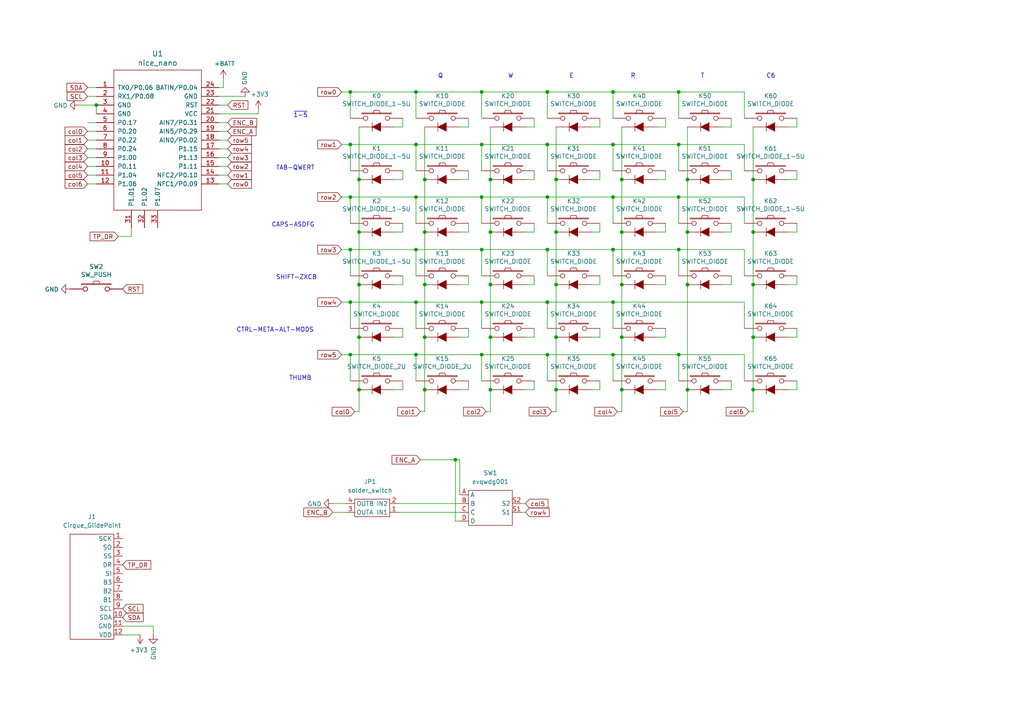
<source format=kicad_sch>
(kicad_sch (version 20211123) (generator eeschema)
  (paper "A4")
  (lib_symbols
    (symbol "component:SWITCH_DIODE" (pin_numbers hide) (pin_names (offset 1.016) hide)
      (property "Reference" "SW" (at 3.81 2.794 0))
      (property "Value" "SWITCH_DIODE" (at 0 -2.032 0))
      (symbol "SWITCH_DIODE_0_1"
        (rectangle (start -4.318 1.27) (end 4.318 1.524))
        (polyline (pts (xy -1.27 -1.27) (xy -1.27 -3.81)))
        (polyline (pts (xy 1.27 -1.27) (xy -1.27 -2.54) (xy 1.27 -3.81)) (fill (type outline)))
        (polyline (pts (xy -1.016 1.524) (xy -0.762 2.286) (xy 0.762 2.286) (xy 1.016 1.524)))
        (pin passive inverted (at -7.62 0 0) (length 5.08) (name "1") (number "1"))
        (pin passive inverted (at 7.62 0 180) (length 5.08) (name "2") (number "2"))
      )
      (symbol "SWITCH_DIODE_1_1"
        (pin passive line (at 5.08 -2.54 180) (length 3.81) (name "A") (number "3"))
        (pin passive line (at -5.08 -2.54 0) (length 3.81) (name "K") (number "4"))
      )
    )
    (symbol "components:Cirque_GlidePoint"
      (property "Reference" "J" (at 0 16.51 0))
      (property "Value" "Cirque_GlidePoint" (at 0 -16.51 0))
      (symbol "Cirque_GlidePoint_0_1"
        (rectangle (start -6.35 15.24) (end 6.35 -15.24))
      )
      (symbol "Cirque_GlidePoint_1_1"
        (pin output line (at -8.89 -13.97 0) (length 2.54) (name "SCK") (number "1"))
        (pin bidirectional line (at -8.89 8.89 0) (length 2.54) (name "SDA") (number "10"))
        (pin power_in line (at -8.89 11.43 0) (length 2.54) (name "GND") (number "11"))
        (pin power_in line (at -8.89 13.97 0) (length 2.54) (name "VDD") (number "12"))
        (pin input line (at -8.89 -11.43 0) (length 2.54) (name "SO") (number "2"))
        (pin input line (at -8.89 -8.89 0) (length 2.54) (name "SS") (number "3"))
        (pin input line (at -8.89 -6.35 0) (length 2.54) (name "DR") (number "4"))
        (pin input line (at -8.89 -3.81 0) (length 2.54) (name "SI") (number "5"))
        (pin input line (at -8.89 -1.27 0) (length 2.54) (name "B3") (number "6"))
        (pin input line (at -8.89 1.27 0) (length 2.54) (name "B2") (number "7"))
        (pin input line (at -8.89 3.81 0) (length 2.54) (name "B1") (number "8"))
        (pin output line (at -8.89 6.35 0) (length 2.54) (name "SCL") (number "9"))
      )
    )
    (symbol "components:evqwdg001"
      (property "Reference" "SW" (at 0 6.35 0))
      (property "Value" "evqwdg001" (at 0 -6.35 0))
      (symbol "evqwdg001_0_1"
        (rectangle (start -6.35 5.08) (end 6.35 -5.08))
      )
      (symbol "evqwdg001_1_1"
        (pin input line (at -8.89 3.81 0) (length 2.54) (name "A") (number "A"))
        (pin output line (at -8.89 1.27 0) (length 2.54) (name "B") (number "B"))
        (pin output line (at -8.89 -1.27 0) (length 2.54) (name "C") (number "C"))
        (pin input line (at -8.89 -3.81 0) (length 2.54) (name "D") (number "D"))
        (pin input line (at 8.89 -1.27 180) (length 2.54) (name "S1") (number "S1"))
        (pin output line (at 8.89 1.27 180) (length 2.54) (name "S2") (number "S2"))
      )
    )
    (symbol "keyboard-rescue:+3.3V-power" (power) (pin_names (offset 0))
      (property "Value" "+3.3V-power" (at 0 3.556 0))
      (symbol "+3.3V-power_0_1"
        (polyline (pts (xy -0.762 1.27) (xy 0 2.54)))
        (polyline (pts (xy 0 0) (xy 0 2.54)))
        (polyline (pts (xy 0 2.54) (xy 0.762 1.27)))
      )
      (symbol "+3.3V-power_1_1"
        (pin power_in line (at 0 0 90) (length 0) hide (name "+3V3") (number "1"))
      )
    )
    (symbol "keyboard_parts:SW_PUSH" (pin_numbers hide) (pin_names (offset 1.016) hide)
      (property "Reference" "SW" (at 3.81 2.794 0))
      (property "Value" "SW_PUSH" (at 0 -2.032 0))
      (symbol "SW_PUSH_0_1"
        (rectangle (start -4.318 1.27) (end 4.318 1.524))
        (polyline (pts (xy -1.016 1.524) (xy -0.762 2.286) (xy 0.762 2.286) (xy 1.016 1.524)))
        (pin passive inverted (at -7.62 0 0) (length 5.08) (name "1") (number "1"))
        (pin passive inverted (at 7.62 0 180) (length 5.08) (name "2") (number "2"))
      )
    )
    (symbol "nice_nano:nice_nano" (pin_names (offset 1.016))
      (property "Reference" "U" (at 0 0 0))
      (property "Value" "nice_nano" (at 0 2.54 0))
      (symbol "nice_nano_0_1"
        (rectangle (start -12.7 -21.59) (end 12.7 19.05))
      )
      (symbol "nice_nano_1_1"
        (pin input line (at -17.78 13.97 0) (length 5.08) (name "TX0/P0.06") (number "1"))
        (pin input line (at -17.78 -8.89 0) (length 5.08) (name "P0.11") (number "10"))
        (pin input line (at -17.78 -11.43 0) (length 5.08) (name "P1.04") (number "11"))
        (pin input line (at -17.78 -13.97 0) (length 5.08) (name "P1.06") (number "12"))
        (pin input line (at 17.78 -13.97 180) (length 5.08) (name "NFC1/P0.09") (number "13"))
        (pin input line (at 17.78 -11.43 180) (length 5.08) (name "NFC2/P0.10") (number "14"))
        (pin input line (at 17.78 -8.89 180) (length 5.08) (name "P1.11") (number "15"))
        (pin input line (at 17.78 -6.35 180) (length 5.08) (name "P1.13") (number "16"))
        (pin input line (at 17.78 -3.81 180) (length 5.08) (name "P1.15") (number "17"))
        (pin input line (at 17.78 -1.27 180) (length 5.08) (name "AIN0/P0.02") (number "18"))
        (pin input line (at 17.78 1.27 180) (length 5.08) (name "AIN5/P0.29") (number "19"))
        (pin input line (at -17.78 11.43 0) (length 5.08) (name "RX1/P0.08") (number "2"))
        (pin input line (at 17.78 3.81 180) (length 5.08) (name "AIN7/P0.31") (number "20"))
        (pin input line (at 17.78 6.35 180) (length 5.08) (name "VCC") (number "21"))
        (pin input line (at 17.78 8.89 180) (length 5.08) (name "RST") (number "22"))
        (pin input line (at 17.78 11.43 180) (length 5.08) (name "GND") (number "23"))
        (pin input line (at 17.78 13.97 180) (length 5.08) (name "BATIN/P0.04") (number "24"))
        (pin input line (at -17.78 8.89 0) (length 5.08) (name "GND") (number "3"))
        (pin input line (at -7.62 -26.67 90) (length 5.08) (name "P1.01") (number "31"))
        (pin input line (at -3.81 -26.67 90) (length 5.08) (name "P1.02") (number "32"))
        (pin input line (at 0 -26.67 90) (length 5.08) (name "P1.07") (number "33"))
        (pin input line (at -17.78 6.35 0) (length 5.08) (name "GND") (number "4"))
        (pin input line (at -17.78 3.81 0) (length 5.08) (name "P0.17") (number "5"))
        (pin input line (at -17.78 1.27 0) (length 5.08) (name "P0.20") (number "6"))
        (pin input line (at -17.78 -1.27 0) (length 5.08) (name "P0.22") (number "7"))
        (pin input line (at -17.78 -3.81 0) (length 5.08) (name "P0.24") (number "8"))
        (pin input line (at -17.78 -6.35 0) (length 5.08) (name "P1.00") (number "9"))
      )
    )
    (symbol "power:+BATT" (power) (pin_names (offset 0))
      (property "Value" "+BATT" (at 0 3.556 0))
      (symbol "+BATT_0_1"
        (polyline (pts (xy -0.762 1.27) (xy 0 2.54)))
        (polyline (pts (xy 0 0) (xy 0 2.54)))
        (polyline (pts (xy 0 2.54) (xy 0.762 1.27)))
      )
      (symbol "+BATT_1_1"
        (pin power_in line (at 0 0 90) (length 0) hide (name "+BATT") (number "1"))
      )
    )
    (symbol "power:GND" (power) (pin_names (offset 0))
      (property "Value" "GND" (at 0 -3.81 0))
      (symbol "GND_0_1"
        (polyline (pts (xy 0 0) (xy 0 -1.27) (xy 1.27 -1.27) (xy 0 -2.54) (xy -1.27 -1.27) (xy 0 -1.27)))
      )
      (symbol "GND_1_1"
        (pin power_in line (at 0 0 270) (length 0) hide (name "GND") (number "1"))
      )
    )
    (symbol "solder_switch_1"
      (property "Reference" "JP" (at 0 3.81 0))
      (property "Value" "solder_switch_1" (at 0 -3.81 0))
      (symbol "solder_switch_1_0_1"
        (rectangle (start -5.08 2.54) (end 5.08 -2.54))
      )
      (symbol "solder_switch_1_1_1"
        (pin output line (at -7.62 1.27 0) (length 2.54) (name "IN1") (number "1"))
        (pin output line (at -7.62 -1.27 0) (length 2.54) (name "IN2") (number "2"))
        (pin output line (at 7.62 1.27 180) (length 2.54) (name "OUTA") (number "3"))
        (pin output line (at 7.62 -1.27 180) (length 2.54) (name "OUTB") (number "4"))
      )
    )
  )
  (junction (at 196.85 41.91))
  (junction (at 104.14 97.79))
  (junction (at 142.24 52.07))
  (junction (at 199.39 52.07))
  (junction (at 120.65 72.39))
  (junction (at 139.7 26.67))
  (junction (at 161.29 113.03))
  (junction (at 104.14 52.07))
  (junction (at 158.75 57.15))
  (junction (at 180.34 52.07))
  (junction (at 101.6 41.91))
  (junction (at 161.29 67.31))
  (junction (at 123.19 52.07))
  (junction (at 101.6 57.15))
  (junction (at 161.29 82.55))
  (junction (at 139.7 102.87))
  (junction (at 218.44 82.55))
  (junction (at 158.75 41.91))
  (junction (at 104.14 113.03))
  (junction (at 142.24 82.55))
  (junction (at 161.29 52.07))
  (junction (at 123.19 67.31))
  (junction (at 139.7 87.63))
  (junction (at 196.85 26.67))
  (junction (at 139.7 57.15))
  (junction (at 101.6 26.67))
  (junction (at 177.8 41.91))
  (junction (at 218.44 97.79))
  (junction (at 218.44 52.07))
  (junction (at 180.34 97.79))
  (junction (at 120.65 102.87))
  (junction (at 101.6 87.63))
  (junction (at 218.44 113.03))
  (junction (at 177.8 26.67))
  (junction (at 142.24 67.31))
  (junction (at 27.94 30.48))
  (junction (at 158.75 72.39))
  (junction (at 180.34 82.55))
  (junction (at 139.7 41.91))
  (junction (at 120.65 87.63))
  (junction (at 177.8 102.87))
  (junction (at 123.19 82.55))
  (junction (at 218.44 67.31))
  (junction (at 158.75 102.87))
  (junction (at 120.65 57.15))
  (junction (at 196.85 72.39))
  (junction (at 161.29 97.79))
  (junction (at 123.19 97.79))
  (junction (at 196.85 102.87))
  (junction (at 180.34 113.03))
  (junction (at 158.75 87.63))
  (junction (at 101.6 72.39))
  (junction (at 123.19 113.03))
  (junction (at 139.7 72.39))
  (junction (at 199.39 113.03))
  (junction (at 120.65 41.91))
  (junction (at 104.14 67.31))
  (junction (at 120.65 26.67))
  (junction (at 142.24 97.79))
  (junction (at 177.8 57.15))
  (junction (at 177.8 87.63))
  (junction (at 132.08 133.35))
  (junction (at 142.24 113.03))
  (junction (at 196.85 57.15))
  (junction (at 101.6 102.87))
  (junction (at 180.34 67.31))
  (junction (at 199.39 67.31))
  (junction (at 158.75 26.67))
  (junction (at 199.39 82.55))
  (junction (at 104.14 82.55))
  (junction (at 177.8 72.39))
  (wire (pts (xy 177.8 87.63) (xy 215.9 87.63)))
  (wire (pts (xy 142.24 113.03) (xy 142.24 97.79)))
  (wire (pts (xy 161.29 119.38) (xy 160.02 119.38)))
  (wire (pts (xy 63.5 50.8) (xy 66.04 50.8)))
  (wire (pts (xy 231.14 113.03) (xy 231.14 110.49)))
  (wire (pts (xy 196.85 57.15) (xy 177.8 57.15)))
  (wire (pts (xy 171.45 36.83) (xy 173.99 36.83)))
  (wire (pts (xy 120.65 34.29) (xy 120.65 26.67)))
  (wire (pts (xy 209.55 36.83) (xy 212.09 36.83)))
  (wire (pts (xy 101.6 41.91) (xy 99.06 41.91)))
  (wire (pts (xy 228.6 82.55) (xy 231.14 82.55)))
  (wire (pts (xy 209.55 113.03) (xy 212.09 113.03)))
  (wire (pts (xy 133.35 133.35) (xy 133.35 143.51)))
  (wire (pts (xy 123.19 82.55) (xy 123.19 97.79)))
  (wire (pts (xy 104.14 97.79) (xy 104.14 82.55)))
  (wire (pts (xy 158.75 72.39) (xy 139.7 72.39)))
  (wire (pts (xy 66.04 30.48) (xy 63.5 30.48)))
  (wire (pts (xy 158.75 110.49) (xy 158.75 102.87)))
  (wire (pts (xy 101.6 72.39) (xy 99.06 72.39)))
  (wire (pts (xy 120.65 57.15) (xy 101.6 57.15)))
  (wire (pts (xy 215.9 49.53) (xy 215.9 41.91)))
  (wire (pts (xy 63.5 43.18) (xy 66.04 43.18)))
  (wire (pts (xy 133.35 97.79) (xy 135.89 97.79)))
  (wire (pts (xy 101.6 102.87) (xy 101.6 110.49)))
  (wire (pts (xy 196.85 102.87) (xy 215.9 102.87)))
  (wire (pts (xy 228.6 67.31) (xy 231.14 67.31)))
  (wire (pts (xy 101.6 26.67) (xy 99.06 26.67)))
  (wire (pts (xy 215.9 26.67) (xy 196.85 26.67)))
  (wire (pts (xy 152.4 52.07) (xy 154.94 52.07)))
  (wire (pts (xy 139.7 49.53) (xy 139.7 41.91)))
  (wire (pts (xy 120.65 80.01) (xy 120.65 72.39)))
  (wire (pts (xy 25.4 27.94) (xy 27.94 27.94)))
  (wire (pts (xy 193.04 82.55) (xy 193.04 80.01)))
  (wire (pts (xy 114.3 52.07) (xy 116.84 52.07)))
  (wire (pts (xy 35.56 184.15) (xy 40.64 184.15)))
  (wire (pts (xy 196.85 72.39) (xy 177.8 72.39)))
  (wire (pts (xy 139.7 72.39) (xy 120.65 72.39)))
  (wire (pts (xy 158.75 87.63) (xy 177.8 87.63)))
  (wire (pts (xy 199.39 82.55) (xy 199.39 113.03)))
  (wire (pts (xy 120.65 95.25) (xy 120.65 87.63)))
  (wire (pts (xy 142.24 97.79) (xy 142.24 82.55)))
  (wire (pts (xy 209.55 82.55) (xy 212.09 82.55)))
  (wire (pts (xy 231.14 52.07) (xy 231.14 49.53)))
  (wire (pts (xy 177.8 34.29) (xy 177.8 26.67)))
  (wire (pts (xy 177.8 95.25) (xy 177.8 87.63)))
  (wire (pts (xy 154.94 36.83) (xy 154.94 34.29)))
  (wire (pts (xy 158.75 57.15) (xy 139.7 57.15)))
  (wire (pts (xy 101.6 87.63) (xy 99.06 87.63)))
  (wire (pts (xy 133.35 36.83) (xy 135.89 36.83)))
  (wire (pts (xy 177.8 72.39) (xy 158.75 72.39)))
  (wire (pts (xy 180.34 119.38) (xy 179.07 119.38)))
  (wire (pts (xy 25.4 40.64) (xy 27.94 40.64)))
  (wire (pts (xy 177.8 110.49) (xy 177.8 102.87)))
  (wire (pts (xy 25.4 48.26) (xy 27.94 48.26)))
  (wire (pts (xy 190.5 36.83) (xy 193.04 36.83)))
  (wire (pts (xy 212.09 52.07) (xy 212.09 49.53)))
  (wire (pts (xy 218.44 119.38) (xy 217.17 119.38)))
  (wire (pts (xy 63.5 35.56) (xy 66.04 35.56)))
  (wire (pts (xy 101.6 41.91) (xy 101.6 49.53)))
  (wire (pts (xy 25.4 50.8) (xy 27.94 50.8)))
  (wire (pts (xy 25.4 35.56) (xy 27.94 35.56)))
  (wire (pts (xy 120.65 72.39) (xy 101.6 72.39)))
  (wire (pts (xy 139.7 41.91) (xy 120.65 41.91)))
  (wire (pts (xy 135.89 82.55) (xy 135.89 80.01)))
  (wire (pts (xy 151.13 146.05) (xy 152.4 146.05)))
  (wire (pts (xy 116.84 97.79) (xy 116.84 95.25)))
  (wire (pts (xy 135.89 36.83) (xy 135.89 34.29)))
  (wire (pts (xy 193.04 97.79) (xy 193.04 95.25)))
  (wire (pts (xy 142.24 119.38) (xy 142.24 113.03)))
  (wire (pts (xy 74.93 33.02) (xy 74.93 31.75)))
  (wire (pts (xy 177.8 80.01) (xy 177.8 72.39)))
  (wire (pts (xy 154.94 113.03) (xy 154.94 110.49)))
  (wire (pts (xy 180.34 113.03) (xy 180.34 97.79)))
  (wire (pts (xy 215.9 41.91) (xy 196.85 41.91)))
  (wire (pts (xy 180.34 52.07) (xy 180.34 36.83)))
  (wire (pts (xy 196.85 64.77) (xy 196.85 57.15)))
  (wire (pts (xy 196.85 110.49) (xy 196.85 102.87)))
  (wire (pts (xy 63.5 40.64) (xy 66.04 40.64)))
  (wire (pts (xy 199.39 52.07) (xy 199.39 67.31)))
  (wire (pts (xy 115.57 148.59) (xy 133.35 148.59)))
  (wire (pts (xy 215.9 80.01) (xy 215.9 72.39)))
  (wire (pts (xy 218.44 82.55) (xy 218.44 67.31)))
  (wire (pts (xy 171.45 52.07) (xy 173.99 52.07)))
  (wire (pts (xy 215.9 110.49) (xy 215.9 102.87)))
  (wire (pts (xy 158.75 41.91) (xy 139.7 41.91)))
  (wire (pts (xy 158.75 49.53) (xy 158.75 41.91)))
  (wire (pts (xy 199.39 67.31) (xy 199.39 82.55)))
  (wire (pts (xy 135.89 97.79) (xy 135.89 95.25)))
  (wire (pts (xy 133.35 82.55) (xy 135.89 82.55)))
  (wire (pts (xy 173.99 82.55) (xy 173.99 80.01)))
  (wire (pts (xy 38.1 68.58) (xy 38.1 66.04)))
  (wire (pts (xy 212.09 82.55) (xy 212.09 80.01)))
  (wire (pts (xy 152.4 67.31) (xy 154.94 67.31)))
  (wire (pts (xy 25.4 25.4) (xy 27.94 25.4)))
  (wire (pts (xy 152.4 113.03) (xy 154.94 113.03)))
  (wire (pts (xy 133.35 67.31) (xy 135.89 67.31)))
  (wire (pts (xy 104.14 119.38) (xy 102.87 119.38)))
  (wire (pts (xy 158.75 64.77) (xy 158.75 57.15)))
  (wire (pts (xy 116.84 82.55) (xy 116.84 80.01)))
  (wire (pts (xy 193.04 52.07) (xy 193.04 49.53)))
  (wire (pts (xy 173.99 113.03) (xy 173.99 110.49)))
  (wire (pts (xy 190.5 113.03) (xy 193.04 113.03)))
  (wire (pts (xy 177.8 49.53) (xy 177.8 41.91)))
  (wire (pts (xy 209.55 67.31) (xy 212.09 67.31)))
  (wire (pts (xy 173.99 52.07) (xy 173.99 49.53)))
  (wire (pts (xy 25.4 38.1) (xy 27.94 38.1)))
  (wire (pts (xy 132.08 133.35) (xy 132.08 151.13)))
  (wire (pts (xy 173.99 67.31) (xy 173.99 64.77)))
  (wire (pts (xy 64.77 25.4) (xy 64.77 22.86)))
  (wire (pts (xy 133.35 133.35) (xy 132.08 133.35)))
  (wire (pts (xy 44.45 181.61) (xy 44.45 184.15)))
  (wire (pts (xy 193.04 113.03) (xy 193.04 110.49)))
  (wire (pts (xy 171.45 82.55) (xy 173.99 82.55)))
  (wire (pts (xy 114.3 113.03) (xy 116.84 113.03)))
  (wire (pts (xy 196.85 49.53) (xy 196.85 41.91)))
  (wire (pts (xy 177.8 57.15) (xy 158.75 57.15)))
  (wire (pts (xy 228.6 97.79) (xy 231.14 97.79)))
  (wire (pts (xy 116.84 67.31) (xy 116.84 64.77)))
  (wire (pts (xy 231.14 67.31) (xy 231.14 64.77)))
  (wire (pts (xy 120.65 49.53) (xy 120.65 41.91)))
  (wire (pts (xy 25.4 45.72) (xy 27.94 45.72)))
  (wire (pts (xy 115.57 146.05) (xy 133.35 146.05)))
  (wire (pts (xy 101.6 57.15) (xy 99.06 57.15)))
  (wire (pts (xy 180.34 97.79) (xy 180.34 82.55)))
  (wire (pts (xy 161.29 52.07) (xy 161.29 67.31)))
  (wire (pts (xy 158.75 34.29) (xy 158.75 26.67)))
  (wire (pts (xy 152.4 97.79) (xy 154.94 97.79)))
  (wire (pts (xy 215.9 72.39) (xy 196.85 72.39)))
  (wire (pts (xy 196.85 34.29) (xy 196.85 26.67)))
  (wire (pts (xy 139.7 64.77) (xy 139.7 57.15)))
  (wire (pts (xy 123.19 97.79) (xy 123.19 113.03)))
  (wire (pts (xy 101.6 26.67) (xy 101.6 34.29)))
  (wire (pts (xy 177.8 26.67) (xy 158.75 26.67)))
  (wire (pts (xy 27.94 53.34) (xy 25.4 53.34)))
  (wire (pts (xy 180.34 67.31) (xy 180.34 52.07)))
  (wire (pts (xy 135.89 113.03) (xy 135.89 110.49)))
  (wire (pts (xy 63.5 33.02) (xy 74.93 33.02)))
  (wire (pts (xy 218.44 97.79) (xy 218.44 82.55)))
  (wire (pts (xy 190.5 52.07) (xy 193.04 52.07)))
  (wire (pts (xy 171.45 67.31) (xy 173.99 67.31)))
  (wire (pts (xy 180.34 119.38) (xy 180.34 113.03)))
  (wire (pts (xy 120.65 64.77) (xy 120.65 57.15)))
  (wire (pts (xy 154.94 82.55) (xy 154.94 80.01)))
  (wire (pts (xy 132.08 151.13) (xy 133.35 151.13)))
  (wire (pts (xy 139.7 80.01) (xy 139.7 72.39)))
  (wire (pts (xy 104.14 52.07) (xy 104.14 36.83)))
  (wire (pts (xy 116.84 52.07) (xy 116.84 49.53)))
  (wire (pts (xy 212.09 67.31) (xy 212.09 64.77)))
  (wire (pts (xy 177.8 102.87) (xy 196.85 102.87)))
  (wire (pts (xy 218.44 113.03) (xy 218.44 97.79)))
  (wire (pts (xy 63.5 38.1) (xy 66.04 38.1)))
  (wire (pts (xy 132.08 133.35) (xy 121.92 133.35)))
  (wire (pts (xy 158.75 102.87) (xy 177.8 102.87)))
  (wire (pts (xy 120.65 102.87) (xy 139.7 102.87)))
  (wire (pts (xy 101.6 72.39) (xy 101.6 80.01)))
  (wire (pts (xy 228.6 52.07) (xy 231.14 52.07)))
  (wire (pts (xy 96.52 146.05) (xy 100.33 146.05)))
  (wire (pts (xy 114.3 67.31) (xy 116.84 67.31)))
  (wire (pts (xy 171.45 97.79) (xy 173.99 97.79)))
  (wire (pts (xy 193.04 67.31) (xy 193.04 64.77)))
  (wire (pts (xy 142.24 67.31) (xy 142.24 52.07)))
  (wire (pts (xy 218.44 119.38) (xy 218.44 113.03)))
  (wire (pts (xy 35.56 181.61) (xy 44.45 181.61)))
  (wire (pts (xy 180.34 82.55) (xy 180.34 67.31)))
  (wire (pts (xy 120.65 41.91) (xy 101.6 41.91)))
  (wire (pts (xy 101.6 87.63) (xy 120.65 87.63)))
  (wire (pts (xy 190.5 67.31) (xy 193.04 67.31)))
  (wire (pts (xy 199.39 113.03) (xy 199.39 119.38)))
  (wire (pts (xy 161.29 97.79) (xy 161.29 113.03)))
  (wire (pts (xy 158.75 80.01) (xy 158.75 72.39)))
  (wire (pts (xy 139.7 57.15) (xy 120.65 57.15)))
  (wire (pts (xy 196.85 26.67) (xy 177.8 26.67)))
  (wire (pts (xy 218.44 52.07) (xy 218.44 36.83)))
  (wire (pts (xy 173.99 97.79) (xy 173.99 95.25)))
  (wire (pts (xy 177.8 41.91) (xy 158.75 41.91)))
  (wire (pts (xy 228.6 36.83) (xy 231.14 36.83)))
  (wire (pts (xy 158.75 95.25) (xy 158.75 87.63)))
  (wire (pts (xy 209.55 52.07) (xy 212.09 52.07)))
  (wire (pts (xy 101.6 87.63) (xy 101.6 95.25)))
  (wire (pts (xy 215.9 34.29) (xy 215.9 26.67)))
  (wire (pts (xy 199.39 119.38) (xy 198.12 119.38)))
  (wire (pts (xy 63.5 25.4) (xy 64.77 25.4)))
  (wire (pts (xy 161.29 36.83) (xy 161.29 52.07)))
  (wire (pts (xy 231.14 36.83) (xy 231.14 34.29)))
  (wire (pts (xy 101.6 57.15) (xy 101.6 64.77)))
  (wire (pts (xy 104.14 82.55) (xy 104.14 67.31)))
  (wire (pts (xy 96.52 148.59) (xy 100.33 148.59)))
  (wire (pts (xy 171.45 113.03) (xy 173.99 113.03)))
  (wire (pts (xy 123.19 52.07) (xy 123.19 67.31)))
  (wire (pts (xy 215.9 64.77) (xy 215.9 57.15)))
  (wire (pts (xy 116.84 36.83) (xy 116.84 34.29)))
  (wire (pts (xy 139.7 95.25) (xy 139.7 87.63)))
  (wire (pts (xy 135.89 67.31) (xy 135.89 64.77)))
  (wire (pts (xy 104.14 113.03) (xy 104.14 119.38)))
  (wire (pts (xy 173.99 36.83) (xy 173.99 34.29)))
  (wire (pts (xy 66.04 48.26) (xy 63.5 48.26)))
  (wire (pts (xy 25.4 43.18) (xy 27.94 43.18)))
  (wire (pts (xy 120.65 87.63) (xy 139.7 87.63)))
  (wire (pts (xy 139.7 34.29) (xy 139.7 26.67)))
  (wire (pts (xy 63.5 53.34) (xy 66.04 53.34)))
  (wire (pts (xy 151.13 148.59) (xy 152.4 148.59)))
  (wire (pts (xy 133.35 113.03) (xy 135.89 113.03)))
  (wire (pts (xy 123.19 113.03) (xy 123.19 119.38)))
  (wire (pts (xy 231.14 97.79) (xy 231.14 95.25)))
  (wire (pts (xy 139.7 26.67) (xy 120.65 26.67)))
  (wire (pts (xy 27.94 30.48) (xy 22.86 30.48)))
  (wire (pts (xy 114.3 36.83) (xy 116.84 36.83)))
  (wire (pts (xy 63.5 27.94) (xy 71.12 27.94)))
  (wire (pts (xy 215.9 95.25) (xy 215.9 87.63)))
  (wire (pts (xy 193.04 36.83) (xy 193.04 34.29)))
  (wire (pts (xy 123.19 36.83) (xy 123.19 52.07)))
  (wire (pts (xy 139.7 102.87) (xy 158.75 102.87)))
  (wire (pts (xy 104.14 113.03) (xy 104.14 97.79)))
  (wire (pts (xy 27.94 33.02) (xy 27.94 30.48)))
  (wire (pts (xy 161.29 82.55) (xy 161.29 97.79)))
  (wire (pts (xy 139.7 110.49) (xy 139.7 102.87)))
  (wire (pts (xy 63.5 45.72) (xy 66.04 45.72)))
  (wire (pts (xy 114.3 82.55) (xy 116.84 82.55)))
  (wire (pts (xy 142.24 82.55) (xy 142.24 67.31)))
  (wire (pts (xy 34.29 68.58) (xy 38.1 68.58)))
  (wire (pts (xy 190.5 97.79) (xy 193.04 97.79)))
  (wire (pts (xy 101.6 102.87) (xy 99.06 102.87)))
  (wire (pts (xy 212.09 36.83) (xy 212.09 34.29)))
  (wire (pts (xy 177.8 64.77) (xy 177.8 57.15)))
  (wire (pts (xy 142.24 52.07) (xy 142.24 36.83)))
  (wire (pts (xy 116.84 113.03) (xy 116.84 110.49)))
  (wire (pts (xy 154.94 52.07) (xy 154.94 49.53)))
  (wire (pts (xy 152.4 82.55) (xy 154.94 82.55)))
  (wire (pts (xy 139.7 87.63) (xy 158.75 87.63)))
  (wire (pts (xy 120.65 26.67) (xy 101.6 26.67)))
  (wire (pts (xy 212.09 113.03) (xy 212.09 110.49)))
  (wire (pts (xy 190.5 82.55) (xy 193.04 82.55)))
  (wire (pts (xy 101.6 102.87) (xy 120.65 102.87)))
  (wire (pts (xy 161.29 119.38) (xy 161.29 113.03)))
  (wire (pts (xy 120.65 110.49) (xy 120.65 102.87)))
  (wire (pts (xy 123.19 67.31) (xy 123.19 82.55)))
  (wire (pts (xy 104.14 67.31) (xy 104.14 52.07)))
  (wire (pts (xy 199.39 36.83) (xy 199.39 52.07)))
  (wire (pts (xy 218.44 67.31) (xy 218.44 52.07)))
  (wire (pts (xy 228.6 113.03) (xy 231.14 113.03)))
  (wire (pts (xy 114.3 97.79) (xy 116.84 97.79)))
  (wire (pts (xy 152.4 36.83) (xy 154.94 36.83)))
  (wire (pts (xy 154.94 97.79) (xy 154.94 95.25)))
  (wire (pts (xy 142.24 119.38) (xy 140.97 119.38)))
  (wire (pts (xy 133.35 52.07) (xy 135.89 52.07)))
  (wire (pts (xy 196.85 41.91) (xy 177.8 41.91)))
  (wire (pts (xy 123.19 119.38) (xy 121.92 119.38)))
  (wire (pts (xy 154.94 67.31) (xy 154.94 64.77)))
  (wire (pts (xy 135.89 52.07) (xy 135.89 49.53)))
  (wire (pts (xy 158.75 26.67) (xy 139.7 26.67)))
  (wire (pts (xy 161.29 67.31) (xy 161.29 82.55)))
  (wire (pts (xy 215.9 57.15) (xy 196.85 57.15)))
  (wire (pts (xy 196.85 80.01) (xy 196.85 72.39)))
  (wire (pts (xy 231.14 82.55) (xy 231.14 80.01)))
  (text "C6" (at 222.25 22.86 0) (effects (font (size 1.27 1.27)) (justify left bottom)))
  (text "E" (at 165.1 22.86 0) (effects (font (size 1.27 1.27)) (justify left bottom)))
  (text "TAB-QWERT" (at 80.01 49.53 0) (effects (font (size 1.27 1.27)) (justify left bottom)))
  (text "THUMB" (at 83.82 110.49 0) (effects (font (size 1.27 1.27)) (justify left bottom)))
  (text "SHIFT-ZXCB" (at 80.01 81.28 0) (effects (font (size 1.27 1.27)) (justify left bottom)))
  (text "T" (at 203.2 22.86 0) (effects (font (size 1.27 1.27)) (justify left bottom)))
  (text "Q" (at 127 22.86 0) (effects (font (size 1.27 1.27)) (justify left bottom)))
  (text "W" (at 147.32 22.86 0) (effects (font (size 1.27 1.27)) (justify left bottom)))
  (text "R" (at 182.88 22.86 0) (effects (font (size 1.27 1.27)) (justify left bottom)))
  (text "CAPS-ASDFG" (at 78.74 66.04 0) (effects (font (size 1.27 1.27)) (justify left bottom)))
  (text "CTRL-META-ALT-MODS" (at 68.58 96.52 0) (effects (font (size 1.27 1.27)) (justify left bottom)))
  (text "~{1-5}" (at 85.09 34.29 0) (effects (font (size 1.27 1.27)) (justify left bottom)))
  (global_label "col5" (shape input) (at 25.4 50.8 180) (property "Odnośniki między arkuszami" "${INTERSHEET_REFS}" (effects hide)))
  (global_label "row5" (shape input) (at 99.06 102.87 180) (property "Odnośniki między arkuszami" "${INTERSHEET_REFS}" (effects hide)))
  (global_label "row4" (shape input) (at 152.4 148.59 0) (property "Odnośniki między arkuszami" "${INTERSHEET_REFS}" (effects hide)))
  (global_label "col5" (shape input) (at 152.4 146.05 0) (property "Odnośniki między arkuszami" "${INTERSHEET_REFS}" (effects hide)))
  (global_label "TP_DR" (shape input) (at 35.56 163.83 0) (property "Odnośniki między arkuszami" "${INTERSHEET_REFS}" (effects hide)))
  (global_label "SDA" (shape input) (at 25.4 25.4 180) (property "Odnośniki między arkuszami" "${INTERSHEET_REFS}" (effects hide)))
  (global_label "col4" (shape input) (at 179.07 119.38 180) (property "Odnośniki między arkuszami" "${INTERSHEET_REFS}" (effects hide)))
  (global_label "col6" (shape input) (at 25.4 53.34 180) (property "Odnośniki między arkuszami" "${INTERSHEET_REFS}" (effects hide)))
  (global_label "ENC_A" (shape input) (at 66.04 38.1 0) (property "Odnośniki między arkuszami" "${INTERSHEET_REFS}" (effects hide)))
  (global_label "row3" (shape input) (at 66.04 45.72 0) (property "Odnośniki między arkuszami" "${INTERSHEET_REFS}" (effects hide)))
  (global_label "ENC_B" (shape input) (at 66.04 35.56 0) (property "Odnośniki między arkuszami" "${INTERSHEET_REFS}" (effects hide)))
  (global_label "col2" (shape input) (at 25.4 43.18 180) (property "Odnośniki między arkuszami" "${INTERSHEET_REFS}" (effects hide)))
  (global_label "col1" (shape input) (at 121.92 119.38 180) (property "Odnośniki między arkuszami" "${INTERSHEET_REFS}" (effects hide)))
  (global_label "col3" (shape input) (at 160.02 119.38 180) (property "Odnośniki między arkuszami" "${INTERSHEET_REFS}" (effects hide)))
  (global_label "row4" (shape input) (at 99.06 87.63 180) (property "Odnośniki między arkuszami" "${INTERSHEET_REFS}" (effects hide)))
  (global_label "SDA" (shape input) (at 35.56 179.07 0) (property "Odnośniki między arkuszami" "${INTERSHEET_REFS}" (effects hide)))
  (global_label "RST" (shape input) (at 35.56 83.82 0) (property "Odnośniki między arkuszami" "${INTERSHEET_REFS}" (effects hide)))
  (global_label "col1" (shape input) (at 25.4 40.64 180) (property "Odnośniki między arkuszami" "${INTERSHEET_REFS}" (effects hide)))
  (global_label "row1" (shape input) (at 99.06 41.91 180) (property "Odnośniki między arkuszami" "${INTERSHEET_REFS}" (effects hide)))
  (global_label "row2" (shape input) (at 66.04 48.26 0) (property "Odnośniki między arkuszami" "${INTERSHEET_REFS}" (effects hide)))
  (global_label "col2" (shape input) (at 140.97 119.38 180) (property "Odnośniki między arkuszami" "${INTERSHEET_REFS}" (effects hide)))
  (global_label "row4" (shape input) (at 66.04 43.18 0) (property "Odnośniki między arkuszami" "${INTERSHEET_REFS}" (effects hide)))
  (global_label "ENC_B" (shape input) (at 96.52 148.59 180) (property "Odnośniki między arkuszami" "${INTERSHEET_REFS}" (effects hide)))
  (global_label "col3" (shape input) (at 25.4 45.72 180) (property "Odnośniki między arkuszami" "${INTERSHEET_REFS}" (effects hide)))
  (global_label "row0" (shape input) (at 99.06 26.67 180) (property "Odnośniki między arkuszami" "${INTERSHEET_REFS}" (effects hide)))
  (global_label "TP_DR" (shape input) (at 34.29 68.58 180) (property "Odnośniki między arkuszami" "${INTERSHEET_REFS}" (effects hide)))
  (global_label "SCL" (shape input) (at 35.56 176.53 0) (property "Odnośniki między arkuszami" "${INTERSHEET_REFS}" (effects hide)))
  (global_label "row5" (shape input) (at 66.04 40.64 0) (property "Odnośniki między arkuszami" "${INTERSHEET_REFS}" (effects hide)))
  (global_label "col6" (shape input) (at 217.17 119.38 180) (property "Odnośniki między arkuszami" "${INTERSHEET_REFS}" (effects hide)))
  (global_label "col0" (shape input) (at 25.4 38.1 180) (property "Odnośniki między arkuszami" "${INTERSHEET_REFS}" (effects hide)))
  (global_label "row2" (shape input) (at 99.06 57.15 180) (property "Odnośniki między arkuszami" "${INTERSHEET_REFS}" (effects hide)))
  (global_label "row3" (shape input) (at 99.06 72.39 180) (property "Odnośniki między arkuszami" "${INTERSHEET_REFS}" (effects hide)))
  (global_label "col0" (shape input) (at 102.87 119.38 180) (property "Odnośniki między arkuszami" "${INTERSHEET_REFS}" (effects hide)))
  (global_label "col4" (shape input) (at 25.4 48.26 180) (property "Odnośniki między arkuszami" "${INTERSHEET_REFS}" (effects hide)))
  (global_label "row0" (shape input) (at 66.04 53.34 0) (property "Odnośniki między arkuszami" "${INTERSHEET_REFS}" (effects hide)))
  (global_label "row1" (shape input) (at 66.04 50.8 0) (property "Odnośniki między arkuszami" "${INTERSHEET_REFS}" (effects hide)))
  (global_label "ENC_A" (shape input) (at 121.92 133.35 180) (property "Odnośniki między arkuszami" "${INTERSHEET_REFS}" (effects hide)))
  (global_label "SCL" (shape input) (at 25.4 27.94 180) (property "Odnośniki między arkuszami" "${INTERSHEET_REFS}" (effects hide)))
  (global_label "RST" (shape input) (at 66.04 30.48 0) (property "Odnośniki między arkuszami" "${INTERSHEET_REFS}" (effects hide)))
  (global_label "col5" (shape input) (at 198.12 119.38 180) (property "Odnośniki między arkuszami" "${INTERSHEET_REFS}" (effects hide)))
  (symbol (lib_id "nice_nano:nice_nano") (at 45.72 39.37 0) (unit 1)
    (property "Reference" "U1" (at 45.72 15.5702 0) (effects (font (size 1.524 1.524))))
    (property "Value" "nice_nano" (at 45.72 18.2626 0) (effects (font (size 1.524 1.524))))
    (property "Footprint" "nice-nano-kicad-master:nice_nano" (effects hide))
  )
  (symbol (lib_id "keyboard-rescue:+3.3V-power") (at 74.93 31.75 0) (unit 1)
    (property "Reference" "#PWR0101" (effects hide))
    (property "Value" "+3.3V" (at 75.311 27.3558 0))
  )
  (symbol (lib_id "power:GND") (at 22.86 30.48 270) (unit 1)
    (property "Reference" "#PWR0102" (effects hide))
    (property "Value" "GND" (at 19.6088 30.607 90) (effects (justify right)))
  )
  (symbol (lib_id "power:GND") (at 71.12 27.94 180) (unit 1)
    (property "Reference" "#PWR0103" (effects hide))
    (property "Value" "GND" (at 70.993 24.6888 90) (effects (justify right)))
  )
  (symbol (lib_id "power:+BATT") (at 64.77 22.86 0) (unit 1)
    (property "Reference" "#PWR0104" (effects hide))
    (property "Value" "+BATT" (at 65.151 18.4658 0))
  )
  (symbol (lib_id "component:SWITCH_DIODE") (at 109.22 34.29 0) (unit 1)
    (property "Reference" "K0" (at 109.22 27.813 0))
    (property "Value" "SWITCH_DIODE_1-5U" (at 109.22 30.1244 0))
    (property "Footprint" "components:kailh_socket_1-5U" (effects hide))
  )
  (symbol (lib_id "component:SWITCH_DIODE") (at 128.27 34.29 0) (unit 1)
    (property "Reference" "K10" (at 128.27 27.813 0))
    (property "Value" "SWITCH_DIODE" (at 128.27 30.1244 0))
    (property "Footprint" "components:kailh_socket_1U" (effects hide))
  )
  (symbol (lib_id "component:SWITCH_DIODE") (at 147.32 34.29 0) (unit 1)
    (property "Reference" "K20" (at 147.32 27.813 0))
    (property "Value" "SWITCH_DIODE" (at 147.32 30.1244 0))
    (property "Footprint" "components:kailh_socket_1U" (effects hide))
  )
  (symbol (lib_id "component:SWITCH_DIODE") (at 166.37 34.29 0) (unit 1)
    (property "Reference" "K30" (at 166.37 27.813 0))
    (property "Value" "SWITCH_DIODE" (at 166.37 30.1244 0))
    (property "Footprint" "components:kailh_socket_1U" (effects hide))
  )
  (symbol (lib_id "component:SWITCH_DIODE") (at 185.42 34.29 0) (unit 1)
    (property "Reference" "K40" (at 185.42 27.813 0))
    (property "Value" "SWITCH_DIODE" (at 185.42 30.1244 0))
    (property "Footprint" "components:kailh_socket_1U" (effects hide))
  )
  (symbol (lib_id "component:SWITCH_DIODE") (at 204.47 34.29 0) (unit 1)
    (property "Reference" "K50" (at 204.47 27.813 0))
    (property "Value" "SWITCH_DIODE" (at 204.47 30.1244 0))
    (property "Footprint" "components:kailh_socket_1U" (effects hide))
  )
  (symbol (lib_id "component:SWITCH_DIODE") (at 223.52 34.29 0) (unit 1)
    (property "Reference" "K60" (at 223.52 27.813 0))
    (property "Value" "SWITCH_DIODE" (at 223.52 30.1244 0))
    (property "Footprint" "components:kailh_socket_1U" (effects hide))
  )
  (symbol (lib_id "component:SWITCH_DIODE") (at 109.22 49.53 0) (unit 1)
    (property "Reference" "K1" (at 109.22 43.053 0))
    (property "Value" "SWITCH_DIODE_1-5U" (at 109.22 45.3644 0))
    (property "Footprint" "components:kailh_socket_1-5U" (effects hide))
  )
  (symbol (lib_id "component:SWITCH_DIODE") (at 128.27 49.53 0) (unit 1)
    (property "Reference" "K11" (at 128.27 43.053 0))
    (property "Value" "SWITCH_DIODE" (at 128.27 45.3644 0))
    (property "Footprint" "components:kailh_socket_1U" (effects hide))
  )
  (symbol (lib_id "component:SWITCH_DIODE") (at 147.32 49.53 0) (unit 1)
    (property "Reference" "K21" (at 147.32 43.053 0))
    (property "Value" "SWITCH_DIODE" (at 147.32 45.3644 0))
    (property "Footprint" "components:kailh_socket_1U" (effects hide))
  )
  (symbol (lib_id "component:SWITCH_DIODE") (at 166.37 49.53 0) (unit 1)
    (property "Reference" "K31" (at 166.37 43.053 0))
    (property "Value" "SWITCH_DIODE" (at 166.37 45.3644 0))
    (property "Footprint" "components:kailh_socket_1U" (effects hide))
  )
  (symbol (lib_id "component:SWITCH_DIODE") (at 185.42 49.53 0) (unit 1)
    (property "Reference" "K41" (at 185.42 43.053 0))
    (property "Value" "SWITCH_DIODE" (at 185.42 45.3644 0))
    (property "Footprint" "components:kailh_socket_1U" (effects hide))
  )
  (symbol (lib_id "component:SWITCH_DIODE") (at 204.47 49.53 0) (unit 1)
    (property "Reference" "K51" (at 204.47 43.053 0))
    (property "Value" "SWITCH_DIODE" (at 204.47 45.3644 0))
    (property "Footprint" "components:kailh_socket_1U" (effects hide))
  )
  (symbol (lib_id "component:SWITCH_DIODE") (at 223.52 49.53 0) (unit 1)
    (property "Reference" "K61" (at 223.52 43.053 0))
    (property "Value" "SWITCH_DIODE_1-5U" (at 223.52 45.3644 0))
    (property "Footprint" "components:kailh_socket_1-5U" (effects hide))
  )
  (symbol (lib_id "component:SWITCH_DIODE") (at 109.22 64.77 0) (unit 1)
    (property "Reference" "K2" (at 109.22 58.293 0))
    (property "Value" "SWITCH_DIODE_1-5U" (at 109.22 60.6044 0))
    (property "Footprint" "components:kailh_socket_1-5U" (effects hide))
  )
  (symbol (lib_id "component:SWITCH_DIODE") (at 128.27 64.77 0) (unit 1)
    (property "Reference" "K12" (at 128.27 58.293 0))
    (property "Value" "SWITCH_DIODE" (at 128.27 60.6044 0))
    (property "Footprint" "components:kailh_socket_1U" (effects hide))
  )
  (symbol (lib_id "component:SWITCH_DIODE") (at 147.32 64.77 0) (unit 1)
    (property "Reference" "K22" (at 147.32 58.293 0))
    (property "Value" "SWITCH_DIODE" (at 147.32 60.6044 0))
    (property "Footprint" "components:kailh_socket_1U" (effects hide))
  )
  (symbol (lib_id "component:SWITCH_DIODE") (at 166.37 64.77 0) (unit 1)
    (property "Reference" "K32" (at 166.37 58.293 0))
    (property "Value" "SWITCH_DIODE" (at 166.37 60.6044 0))
    (property "Footprint" "components:kailh_socket_1U" (effects hide))
  )
  (symbol (lib_id "component:SWITCH_DIODE") (at 185.42 64.77 0) (unit 1)
    (property "Reference" "K42" (at 185.42 58.293 0))
    (property "Value" "SWITCH_DIODE" (at 185.42 60.6044 0))
    (property "Footprint" "components:kailh_socket_1U" (effects hide))
  )
  (symbol (lib_id "component:SWITCH_DIODE") (at 204.47 64.77 0) (unit 1)
    (property "Reference" "K52" (at 204.47 58.293 0))
    (property "Value" "SWITCH_DIODE" (at 204.47 60.6044 0))
    (property "Footprint" "components:kailh_socket_1U" (effects hide))
  )
  (symbol (lib_id "component:SWITCH_DIODE") (at 223.52 64.77 0) (unit 1)
    (property "Reference" "K62" (at 223.52 58.293 0))
    (property "Value" "SWITCH_DIODE_1-5U" (at 223.52 60.6044 0))
    (property "Footprint" "components:kailh_socket_1-5U" (effects hide))
  )
  (symbol (lib_id "component:SWITCH_DIODE") (at 109.22 80.01 0) (unit 1)
    (property "Reference" "K3" (at 109.22 73.533 0))
    (property "Value" "SWITCH_DIODE_1-5U" (at 109.22 75.8444 0))
    (property "Footprint" "components:kailh_socket_1-5U" (effects hide))
  )
  (symbol (lib_id "component:SWITCH_DIODE") (at 128.27 80.01 0) (unit 1)
    (property "Reference" "K13" (at 128.27 73.533 0))
    (property "Value" "SWITCH_DIODE" (at 128.27 75.8444 0))
    (property "Footprint" "components:kailh_socket_1U" (effects hide))
  )
  (symbol (lib_id "component:SWITCH_DIODE") (at 147.32 80.01 0) (unit 1)
    (property "Reference" "K23" (at 147.32 73.533 0))
    (property "Value" "SWITCH_DIODE" (at 147.32 75.8444 0))
    (property "Footprint" "components:kailh_socket_1U" (effects hide))
  )
  (symbol (lib_id "component:SWITCH_DIODE") (at 166.37 80.01 0) (unit 1)
    (property "Reference" "K33" (at 166.37 73.533 0))
    (property "Value" "SWITCH_DIODE" (at 166.37 75.8444 0))
    (property "Footprint" "components:kailh_socket_1U" (effects hide))
  )
  (symbol (lib_id "component:SWITCH_DIODE") (at 185.42 80.01 0) (unit 1)
    (property "Reference" "K43" (at 185.42 73.533 0))
    (property "Value" "SWITCH_DIODE" (at 185.42 75.8444 0))
    (property "Footprint" "components:kailh_socket_1U" (effects hide))
  )
  (symbol (lib_id "component:SWITCH_DIODE") (at 204.47 80.01 0) (unit 1)
    (property "Reference" "K53" (at 204.47 73.533 0))
    (property "Value" "SWITCH_DIODE" (at 204.47 75.8444 0))
    (property "Footprint" "components:kailh_socket_1U" (effects hide))
  )
  (symbol (lib_id "component:SWITCH_DIODE") (at 223.52 80.01 0) (unit 1)
    (property "Reference" "K63" (at 223.52 73.533 0))
    (property "Value" "SWITCH_DIODE" (at 223.52 75.8444 0))
    (property "Footprint" "components:kailh_socket_1U" (effects hide))
  )
  (symbol (lib_id "component:SWITCH_DIODE") (at 109.22 95.25 0) (unit 1)
    (property "Reference" "K4" (at 109.22 88.773 0))
    (property "Value" "SWITCH_DIODE" (at 109.22 91.0844 0))
    (property "Footprint" "components:kailh_socket_1U" (effects hide))
  )
  (symbol (lib_id "component:SWITCH_DIODE") (at 128.27 95.25 0) (unit 1)
    (property "Reference" "K14" (at 128.27 88.773 0))
    (property "Value" "SWITCH_DIODE" (at 128.27 91.0844 0))
    (property "Footprint" "components:kailh_socket_1U" (effects hide))
  )
  (symbol (lib_id "component:SWITCH_DIODE") (at 147.32 95.25 0) (unit 1)
    (property "Reference" "K24" (at 147.32 88.773 0))
    (property "Value" "SWITCH_DIODE" (at 147.32 91.0844 0))
    (property "Footprint" "components:kailh_socket_1U" (effects hide))
  )
  (symbol (lib_id "component:SWITCH_DIODE") (at 166.37 95.25 0) (unit 1)
    (property "Reference" "K34" (at 166.37 88.773 0))
    (property "Value" "SWITCH_DIODE" (at 166.37 91.0844 0))
    (property "Footprint" "components:kailh_socket_1U" (effects hide))
  )
  (symbol (lib_id "component:SWITCH_DIODE") (at 185.42 95.25 0) (unit 1)
    (property "Reference" "K44" (at 185.42 88.773 0))
    (property "Value" "SWITCH_DIODE" (at 185.42 91.0844 0))
    (property "Footprint" "components:kailh_socket_1U" (effects hide))
  )
  (symbol (lib_id "component:SWITCH_DIODE") (at 223.52 95.25 0) (unit 1)
    (property "Reference" "K64" (at 223.52 88.773 0))
    (property "Value" "SWITCH_DIODE" (at 223.52 91.0844 0))
    (property "Footprint" "components:kailh_socket_1U" (effects hide))
  )
  (symbol (lib_id "component:SWITCH_DIODE") (at 109.22 110.49 0) (unit 1)
    (property "Reference" "K5" (at 109.22 104.013 0))
    (property "Value" "SWITCH_DIODE_2U" (at 109.22 106.3244 0))
    (property "Footprint" "components:kailh_socket_2U" (effects hide))
  )
  (symbol (lib_id "component:SWITCH_DIODE") (at 128.27 110.49 0) (unit 1)
    (property "Reference" "K15" (at 128.27 104.013 0))
    (property "Value" "SWITCH_DIODE_2U" (at 128.27 106.3244 0))
    (property "Footprint" "components:kailh_socket_2U" (effects hide))
  )
  (symbol (lib_id "component:SWITCH_DIODE") (at 147.32 110.49 0) (unit 1)
    (property "Reference" "K25" (at 147.32 104.013 0))
    (property "Value" "SWITCH_DIODE" (at 147.32 106.3244 0))
    (property "Footprint" "components:kailh_socket_1U" (effects hide))
  )
  (symbol (lib_id "component:SWITCH_DIODE") (at 166.37 110.49 0) (unit 1)
    (property "Reference" "K35" (at 166.37 104.013 0))
    (property "Value" "SWITCH_DIODE" (at 166.37 106.3244 0))
    (property "Footprint" "components:kailh_socket_1U" (effects hide))
  )
  (symbol (lib_id "component:SWITCH_DIODE") (at 185.42 110.49 0) (unit 1)
    (property "Reference" "K45" (at 185.42 104.013 0))
    (property "Value" "SWITCH_DIODE" (at 185.42 106.3244 0))
    (property "Footprint" "components:kailh_socket_1U" (effects hide))
  )
  (symbol (lib_id "component:SWITCH_DIODE") (at 204.47 110.49 0) (unit 1)
    (property "Reference" "K55" (at 204.47 104.013 0))
    (property "Value" "SWITCH_DIODE" (at 204.47 106.3244 0))
    (property "Footprint" "components:kailh_socket_1U" (effects hide))
  )
  (symbol (lib_id "component:SWITCH_DIODE") (at 223.52 110.49 0) (unit 1)
    (property "Reference" "K65" (at 223.52 104.013 0))
    (property "Value" "SWITCH_DIODE" (at 223.52 106.3244 0))
    (property "Footprint" "components:kailh_socket_1U" (effects hide))
  )
  (symbol (lib_id "keyboard_parts:SW_PUSH") (at 27.94 83.82 0) (unit 1)
    (property "Reference" "SW2" (at 27.94 77.343 0))
    (property "Value" "SW_PUSH" (at 27.94 79.6544 0))
  )
  (symbol (lib_id "power:GND") (at 20.32 83.82 270) (unit 1)
    (property "Reference" "#PWR0105" (effects hide))
    (property "Value" "GND" (at 17.0688 83.947 90) (effects (justify right)))
  )
  (symbol (lib_id "components:Cirque_GlidePoint") (at 26.67 170.18 180) (unit 1)
    (property "Reference" "J1" (at 26.67 149.86 0))
    (property "Value" "Cirque_GlidePoint" (at 26.67 152.4 0))
    (property "Footprint" "Connector_FFC-FPC:Hirose_FH12-12S-0.5SH_1x12-1MP_P0.50mm_Horizontal" (effects hide))
  )
  (symbol (lib_id "components:evqwdg001") (at 142.24 147.32 0) (unit 1)
    (property "Reference" "SW1" (at 142.24 137.16 0))
    (property "Value" "evqwdg001" (at 142.24 139.7 0))
    (property "Footprint" "components:evqwdg001_sym" (effects hide))
  )
  (symbol (lib_id "power:GND") (at 44.45 184.15 0) (unit 1)
    (property "Reference" "#PWR0106" (effects hide))
    (property "Value" "GND" (at 44.577 187.4012 90) (effects (justify right)))
  )
  (symbol (lib_name "solder_switch_1") (lib_id "components:solder_switch") (at 107.95 147.32 180) (unit 1)
    (property "Reference" "JP1" (at 107.315 139.7 0))
    (property "Value" "solder_switch" (at 107.315 142.24 0))
    (property "Footprint" "components:solder_switch" (effects hide))
  )
  (symbol (lib_id "power:GND") (at 96.52 146.05 270) (unit 1)
    (property "Reference" "#PWR0108" (effects hide))
    (property "Value" "GND" (at 93.2688 146.177 90) (effects (justify right)))
  )
  (symbol (lib_id "keyboard-rescue:+3.3V-power") (at 40.64 184.15 180) (unit 1)
    (property "Reference" "#PWR0107" (effects hide))
    (property "Value" "+3.3V" (at 40.259 188.5442 0))
  )
)
</source>
